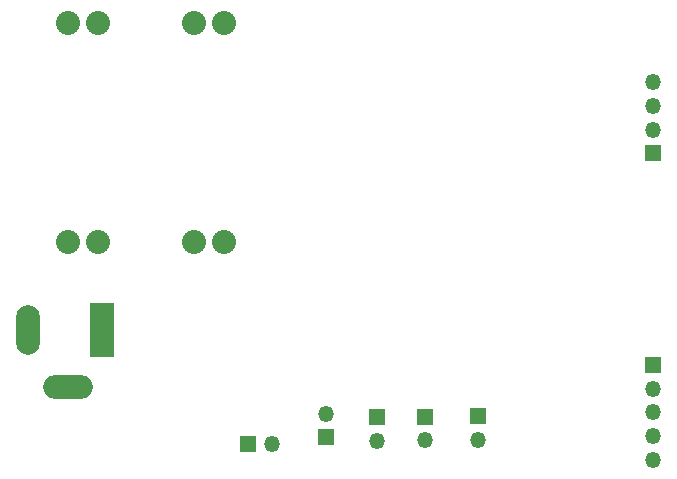
<source format=gbr>
%TF.GenerationSoftware,KiCad,Pcbnew,7.0.1*%
%TF.CreationDate,2023-03-21T16:33:26+01:00*%
%TF.ProjectId,Laserdinges,4c617365-7264-4696-9e67-65732e6b6963,rev?*%
%TF.SameCoordinates,Original*%
%TF.FileFunction,Soldermask,Bot*%
%TF.FilePolarity,Negative*%
%FSLAX46Y46*%
G04 Gerber Fmt 4.6, Leading zero omitted, Abs format (unit mm)*
G04 Created by KiCad (PCBNEW 7.0.1) date 2023-03-21 16:33:26*
%MOMM*%
%LPD*%
G01*
G04 APERTURE LIST*
%ADD10O,1.350000X1.350000*%
%ADD11R,1.350000X1.350000*%
%ADD12R,2.000000X4.600000*%
%ADD13O,2.000000X4.200000*%
%ADD14O,4.200000X2.000000*%
%ADD15C,2.032000*%
G04 APERTURE END LIST*
D10*
%TO.C,SW3*%
X105902200Y-98511800D03*
D11*
X105902200Y-100511800D03*
%TD*%
%TO.C,J1*%
X133588200Y-76460800D03*
D10*
X133588200Y-74460800D03*
X133588200Y-72460800D03*
X133588200Y-70460800D03*
%TD*%
D12*
%TO.C,J2*%
X86928400Y-91460000D03*
D13*
X80628400Y-91460000D03*
D14*
X84028400Y-96260000D03*
%TD*%
D15*
%TO.C,U4*%
X84032800Y-83992400D03*
X86572800Y-83992400D03*
X94700800Y-83992400D03*
X97240800Y-83992400D03*
X97240800Y-65450400D03*
X94700800Y-65450400D03*
X86572800Y-65450400D03*
X84032800Y-65450400D03*
%TD*%
D10*
%TO.C,SW4*%
X110169400Y-100791200D03*
D11*
X110169400Y-98791200D03*
%TD*%
D10*
%TO.C,SW5*%
X114233400Y-100775200D03*
D11*
X114233400Y-98775200D03*
%TD*%
D10*
%TO.C,SW6*%
X118729200Y-100724400D03*
D11*
X118729200Y-98724400D03*
%TD*%
D10*
%TO.C,U3*%
X133562800Y-102394200D03*
X133562800Y-100394200D03*
X133562800Y-98394200D03*
X133562800Y-96394200D03*
D11*
X133562800Y-94394200D03*
%TD*%
D10*
%TO.C,U5*%
X101279400Y-101112000D03*
D11*
X99279400Y-101112000D03*
%TD*%
M02*

</source>
